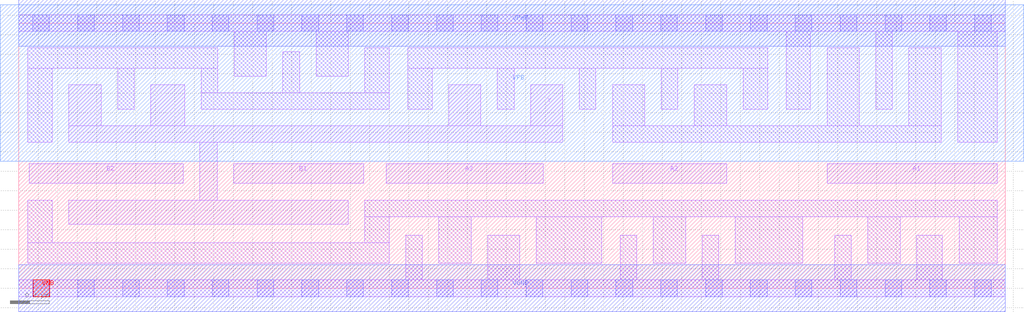
<source format=lef>
# Copyright 2020 The SkyWater PDK Authors
#
# Licensed under the Apache License, Version 2.0 (the "License");
# you may not use this file except in compliance with the License.
# You may obtain a copy of the License at
#
#     https://www.apache.org/licenses/LICENSE-2.0
#
# Unless required by applicable law or agreed to in writing, software
# distributed under the License is distributed on an "AS IS" BASIS,
# WITHOUT WARRANTIES OR CONDITIONS OF ANY KIND, either express or implied.
# See the License for the specific language governing permissions and
# limitations under the License.
#
# SPDX-License-Identifier: Apache-2.0

VERSION 5.7 ;
  NOWIREEXTENSIONATPIN ON ;
  DIVIDERCHAR "/" ;
  BUSBITCHARS "[]" ;
MACRO sky130_fd_sc_hd__o32ai_4
  CLASS CORE ;
  FOREIGN sky130_fd_sc_hd__o32ai_4 ;
  ORIGIN  0.000000  0.000000 ;
  SIZE  10.12000 BY  2.720000 ;
  SYMMETRY X Y R90 ;
  SITE unithd ;
  PIN A1
    ANTENNAGATEAREA  0.990000 ;
    DIRECTION INPUT ;
    USE SIGNAL ;
    PORT
      LAYER li1 ;
        RECT 8.290000 1.075000 10.035000 1.275000 ;
    END
  END A1
  PIN A2
    ANTENNAGATEAREA  0.990000 ;
    DIRECTION INPUT ;
    USE SIGNAL ;
    PORT
      LAYER li1 ;
        RECT 6.090000 1.075000 7.260000 1.275000 ;
    END
  END A2
  PIN A3
    ANTENNAGATEAREA  0.990000 ;
    DIRECTION INPUT ;
    USE SIGNAL ;
    PORT
      LAYER li1 ;
        RECT 3.770000 1.075000 5.380000 1.275000 ;
    END
  END A3
  PIN B1
    ANTENNAGATEAREA  0.990000 ;
    DIRECTION INPUT ;
    USE SIGNAL ;
    PORT
      LAYER li1 ;
        RECT 2.205000 1.075000 3.540000 1.275000 ;
    END
  END B1
  PIN B2
    ANTENNAGATEAREA  0.990000 ;
    DIRECTION INPUT ;
    USE SIGNAL ;
    PORT
      LAYER li1 ;
        RECT 0.110000 1.075000 1.685000 1.275000 ;
    END
  END B2
  PIN VNB
    PORT
      LAYER pwell ;
        RECT 0.150000 -0.085000 0.320000 0.085000 ;
    END
  END VNB
  PIN VPB
    PORT
      LAYER nwell ;
        RECT -0.190000 1.305000 10.310000 2.910000 ;
    END
  END VPB
  PIN Y
    ANTENNADIFFAREA  1.782000 ;
    DIRECTION OUTPUT ;
    USE SIGNAL ;
    PORT
      LAYER li1 ;
        RECT 0.515000 0.655000 3.380000 0.905000 ;
        RECT 0.515000 1.495000 5.580000 1.665000 ;
        RECT 0.515000 1.665000 0.845000 2.085000 ;
        RECT 1.355000 1.665000 1.700000 2.085000 ;
        RECT 1.855000 0.905000 2.035000 1.495000 ;
        RECT 4.410000 1.665000 4.740000 2.085000 ;
        RECT 5.250000 1.665000 5.580000 2.085000 ;
    END
  END Y
  PIN VGND
    DIRECTION INOUT ;
    SHAPE ABUTMENT ;
    USE GROUND ;
    PORT
      LAYER met1 ;
        RECT 0.000000 -0.240000 10.120000 0.240000 ;
    END
  END VGND
  PIN VPWR
    DIRECTION INOUT ;
    SHAPE ABUTMENT ;
    USE POWER ;
    PORT
      LAYER met1 ;
        RECT 0.000000 2.480000 10.120000 2.960000 ;
    END
  END VPWR
  OBS
    LAYER li1 ;
      RECT 0.000000 -0.085000 10.120000 0.085000 ;
      RECT 0.000000  2.635000 10.120000 2.805000 ;
      RECT 0.090000  0.255000  3.800000 0.465000 ;
      RECT 0.090000  0.465000  0.345000 0.905000 ;
      RECT 0.090000  1.495000  0.345000 2.255000 ;
      RECT 0.090000  2.255000  2.040000 2.465000 ;
      RECT 1.015000  1.835000  1.185000 2.255000 ;
      RECT 1.870000  1.835000  3.800000 2.005000 ;
      RECT 1.870000  2.005000  2.040000 2.255000 ;
      RECT 2.210000  2.175000  2.540000 2.635000 ;
      RECT 2.710000  2.005000  2.880000 2.425000 ;
      RECT 3.050000  2.175000  3.380000 2.635000 ;
      RECT 3.550000  0.465000  3.800000 0.735000 ;
      RECT 3.550000  0.735000 10.035000 0.905000 ;
      RECT 3.550000  2.005000  3.800000 2.465000 ;
      RECT 3.970000  0.085000  4.140000 0.545000 ;
      RECT 3.990000  1.835000  4.240000 2.255000 ;
      RECT 3.990000  2.255000  7.680000 2.465000 ;
      RECT 4.310000  0.255000  4.640000 0.735000 ;
      RECT 4.810000  0.085000  5.140000 0.545000 ;
      RECT 4.910000  1.835000  5.080000 2.255000 ;
      RECT 5.310000  0.255000  5.980000 0.735000 ;
      RECT 5.750000  1.835000  5.920000 2.255000 ;
      RECT 6.090000  1.495000  9.460000 1.665000 ;
      RECT 6.090000  1.665000  6.420000 2.085000 ;
      RECT 6.170000  0.085000  6.340000 0.545000 ;
      RECT 6.510000  0.255000  6.840000 0.735000 ;
      RECT 6.590000  1.835000  6.760000 2.255000 ;
      RECT 6.930000  1.665000  7.260000 2.085000 ;
      RECT 7.010000  0.085000  7.180000 0.545000 ;
      RECT 7.350000  0.255000  8.040000 0.735000 ;
      RECT 7.430000  1.835000  7.680000 2.255000 ;
      RECT 7.870000  1.835000  8.120000 2.635000 ;
      RECT 8.290000  1.665000  8.620000 2.465000 ;
      RECT 8.370000  0.085000  8.540000 0.545000 ;
      RECT 8.710000  0.255000  9.040000 0.735000 ;
      RECT 8.790000  1.835000  8.960000 2.635000 ;
      RECT 9.130000  1.665000  9.460000 2.465000 ;
      RECT 9.210000  0.085000  9.470000 0.545000 ;
      RECT 9.630000  1.495000 10.035000 2.635000 ;
      RECT 9.645000  0.255000 10.035000 0.735000 ;
    LAYER mcon ;
      RECT 0.145000 -0.085000 0.315000 0.085000 ;
      RECT 0.145000  2.635000 0.315000 2.805000 ;
      RECT 0.605000 -0.085000 0.775000 0.085000 ;
      RECT 0.605000  2.635000 0.775000 2.805000 ;
      RECT 1.065000 -0.085000 1.235000 0.085000 ;
      RECT 1.065000  2.635000 1.235000 2.805000 ;
      RECT 1.525000 -0.085000 1.695000 0.085000 ;
      RECT 1.525000  2.635000 1.695000 2.805000 ;
      RECT 1.985000 -0.085000 2.155000 0.085000 ;
      RECT 1.985000  2.635000 2.155000 2.805000 ;
      RECT 2.445000 -0.085000 2.615000 0.085000 ;
      RECT 2.445000  2.635000 2.615000 2.805000 ;
      RECT 2.905000 -0.085000 3.075000 0.085000 ;
      RECT 2.905000  2.635000 3.075000 2.805000 ;
      RECT 3.365000 -0.085000 3.535000 0.085000 ;
      RECT 3.365000  2.635000 3.535000 2.805000 ;
      RECT 3.825000 -0.085000 3.995000 0.085000 ;
      RECT 3.825000  2.635000 3.995000 2.805000 ;
      RECT 4.285000 -0.085000 4.455000 0.085000 ;
      RECT 4.285000  2.635000 4.455000 2.805000 ;
      RECT 4.745000 -0.085000 4.915000 0.085000 ;
      RECT 4.745000  2.635000 4.915000 2.805000 ;
      RECT 5.205000 -0.085000 5.375000 0.085000 ;
      RECT 5.205000  2.635000 5.375000 2.805000 ;
      RECT 5.665000 -0.085000 5.835000 0.085000 ;
      RECT 5.665000  2.635000 5.835000 2.805000 ;
      RECT 6.125000 -0.085000 6.295000 0.085000 ;
      RECT 6.125000  2.635000 6.295000 2.805000 ;
      RECT 6.585000 -0.085000 6.755000 0.085000 ;
      RECT 6.585000  2.635000 6.755000 2.805000 ;
      RECT 7.045000 -0.085000 7.215000 0.085000 ;
      RECT 7.045000  2.635000 7.215000 2.805000 ;
      RECT 7.505000 -0.085000 7.675000 0.085000 ;
      RECT 7.505000  2.635000 7.675000 2.805000 ;
      RECT 7.965000 -0.085000 8.135000 0.085000 ;
      RECT 7.965000  2.635000 8.135000 2.805000 ;
      RECT 8.425000 -0.085000 8.595000 0.085000 ;
      RECT 8.425000  2.635000 8.595000 2.805000 ;
      RECT 8.885000 -0.085000 9.055000 0.085000 ;
      RECT 8.885000  2.635000 9.055000 2.805000 ;
      RECT 9.345000 -0.085000 9.515000 0.085000 ;
      RECT 9.345000  2.635000 9.515000 2.805000 ;
      RECT 9.805000 -0.085000 9.975000 0.085000 ;
      RECT 9.805000  2.635000 9.975000 2.805000 ;
  END
END sky130_fd_sc_hd__o32ai_4
END LIBRARY

</source>
